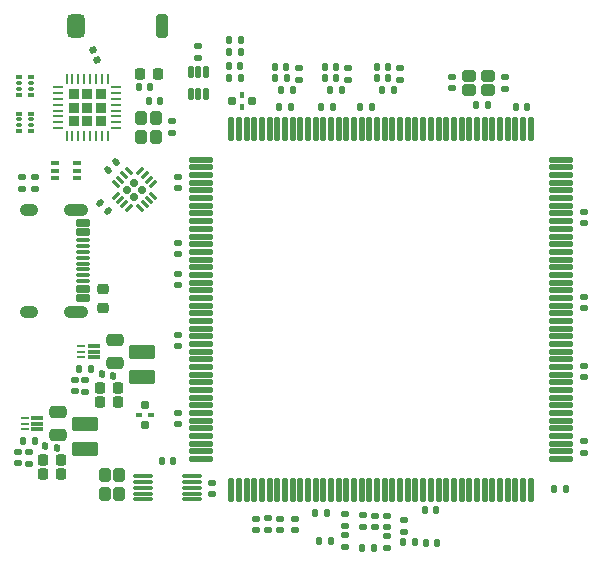
<source format=gbr>
%TF.GenerationSoftware,KiCad,Pcbnew,8.99.0-2608-ga0707285a1*%
%TF.CreationDate,2024-10-22T01:26:18-04:00*%
%TF.ProjectId,shinobi,7368696e-6f62-4692-9e6b-696361645f70,rev?*%
%TF.SameCoordinates,Original*%
%TF.FileFunction,Paste,Top*%
%TF.FilePolarity,Positive*%
%FSLAX46Y46*%
G04 Gerber Fmt 4.6, Leading zero omitted, Abs format (unit mm)*
G04 Created by KiCad (PCBNEW 8.99.0-2608-ga0707285a1) date 2024-10-22 01:26:18*
%MOMM*%
%LPD*%
G01*
G04 APERTURE LIST*
G04 Aperture macros list*
%AMRoundRect*
0 Rectangle with rounded corners*
0 $1 Rounding radius*
0 $2 $3 $4 $5 $6 $7 $8 $9 X,Y pos of 4 corners*
0 Add a 4 corners polygon primitive as box body*
4,1,4,$2,$3,$4,$5,$6,$7,$8,$9,$2,$3,0*
0 Add four circle primitives for the rounded corners*
1,1,$1+$1,$2,$3*
1,1,$1+$1,$4,$5*
1,1,$1+$1,$6,$7*
1,1,$1+$1,$8,$9*
0 Add four rect primitives between the rounded corners*
20,1,$1+$1,$2,$3,$4,$5,0*
20,1,$1+$1,$4,$5,$6,$7,0*
20,1,$1+$1,$6,$7,$8,$9,0*
20,1,$1+$1,$8,$9,$2,$3,0*%
G04 Aperture macros list end*
%ADD10RoundRect,0.140000X-0.170000X0.140000X-0.170000X-0.140000X0.170000X-0.140000X0.170000X0.140000X0*%
%ADD11RoundRect,0.140000X0.170000X-0.140000X0.170000X0.140000X-0.170000X0.140000X-0.170000X-0.140000X0*%
%ADD12RoundRect,0.225000X0.225000X0.250000X-0.225000X0.250000X-0.225000X-0.250000X0.225000X-0.250000X0*%
%ADD13RoundRect,0.135000X-0.135000X-0.185000X0.135000X-0.185000X0.135000X0.185000X-0.135000X0.185000X0*%
%ADD14RoundRect,0.140000X0.140000X0.170000X-0.140000X0.170000X-0.140000X-0.170000X0.140000X-0.170000X0*%
%ADD15RoundRect,0.147500X0.147500X0.172500X-0.147500X0.172500X-0.147500X-0.172500X0.147500X-0.172500X0*%
%ADD16RoundRect,0.150000X0.350000X-0.425000X0.350000X0.425000X-0.350000X0.425000X-0.350000X-0.425000X0*%
%ADD17RoundRect,0.150000X-0.350000X0.425000X-0.350000X-0.425000X0.350000X-0.425000X0.350000X0.425000X0*%
%ADD18RoundRect,0.168750X0.168750X0.206250X-0.168750X0.206250X-0.168750X-0.206250X0.168750X-0.206250X0*%
%ADD19RoundRect,0.100000X0.100000X0.162500X-0.100000X0.162500X-0.100000X-0.162500X0.100000X-0.162500X0*%
%ADD20RoundRect,0.375000X0.375000X0.625000X-0.375000X0.625000X-0.375000X-0.625000X0.375000X-0.625000X0*%
%ADD21RoundRect,0.250000X0.250000X0.750000X-0.250000X0.750000X-0.250000X-0.750000X0.250000X-0.750000X0*%
%ADD22RoundRect,0.135000X-0.185000X0.135000X-0.185000X-0.135000X0.185000X-0.135000X0.185000X0.135000X0*%
%ADD23RoundRect,0.076200X-0.923800X-0.148800X0.923800X-0.148800X0.923800X0.148800X-0.923800X0.148800X0*%
%ADD24RoundRect,0.076200X-0.148800X-0.923800X0.148800X-0.923800X0.148800X0.923800X-0.148800X0.923800X0*%
%ADD25RoundRect,0.250000X-0.850000X0.375000X-0.850000X-0.375000X0.850000X-0.375000X0.850000X0.375000X0*%
%ADD26RoundRect,0.100000X-0.225000X-0.100000X0.225000X-0.100000X0.225000X0.100000X-0.225000X0.100000X0*%
%ADD27RoundRect,0.225000X-0.250000X0.225000X-0.250000X-0.225000X0.250000X-0.225000X0.250000X0.225000X0*%
%ADD28RoundRect,0.172500X-0.243952X0.000000X0.000000X-0.243952X0.243952X0.000000X0.000000X0.243952X0*%
%ADD29RoundRect,0.062500X-0.291682X0.203293X0.203293X-0.291682X0.291682X-0.203293X-0.203293X0.291682X0*%
%ADD30RoundRect,0.062500X-0.291682X-0.203293X-0.203293X-0.291682X0.291682X0.203293X0.203293X0.291682X0*%
%ADD31RoundRect,0.100000X0.150000X0.100000X-0.150000X0.100000X-0.150000X-0.100000X0.150000X-0.100000X0*%
%ADD32RoundRect,0.075000X0.175000X0.075000X-0.175000X0.075000X-0.175000X-0.075000X0.175000X-0.075000X0*%
%ADD33RoundRect,0.135000X0.185000X-0.135000X0.185000X0.135000X-0.185000X0.135000X-0.185000X-0.135000X0*%
%ADD34RoundRect,0.140000X-0.140000X-0.170000X0.140000X-0.170000X0.140000X0.170000X-0.140000X0.170000X0*%
%ADD35RoundRect,0.062500X0.237500X-0.062500X0.237500X0.062500X-0.237500X0.062500X-0.237500X-0.062500X0*%
%ADD36RoundRect,0.075000X0.475000X-0.075000X0.475000X0.075000X-0.475000X0.075000X-0.475000X-0.075000X0*%
%ADD37RoundRect,0.150000X-0.425000X-0.350000X0.425000X-0.350000X0.425000X0.350000X-0.425000X0.350000X0*%
%ADD38RoundRect,0.250000X-0.475000X0.250000X-0.475000X-0.250000X0.475000X-0.250000X0.475000X0.250000X0*%
%ADD39RoundRect,0.140000X0.167393X0.143107X-0.108353X0.191728X-0.167393X-0.143107X0.108353X-0.191728X0*%
%ADD40RoundRect,0.112500X0.112500X0.387500X-0.112500X0.387500X-0.112500X-0.387500X0.112500X-0.387500X0*%
%ADD41RoundRect,0.140000X0.207631X-0.073414X0.111865X0.189700X-0.207631X0.073414X-0.111865X-0.189700X0*%
%ADD42RoundRect,0.168750X-0.206250X0.168750X-0.206250X-0.168750X0.206250X-0.168750X0.206250X0.168750X0*%
%ADD43RoundRect,0.100000X-0.162500X0.100000X-0.162500X-0.100000X0.162500X-0.100000X0.162500X0.100000X0*%
%ADD44RoundRect,0.500000X-0.300000X-0.000010X0.300000X-0.000010X0.300000X0.000010X-0.300000X0.000010X0*%
%ADD45RoundRect,0.500000X-0.550000X-0.000010X0.550000X-0.000010X0.550000X0.000010X-0.550000X0.000010X0*%
%ADD46RoundRect,0.091440X-0.480060X0.213360X-0.480060X-0.213360X0.480060X-0.213360X0.480060X0.213360X0*%
%ADD47RoundRect,0.076200X-0.495300X0.076200X-0.495300X-0.076200X0.495300X-0.076200X0.495300X0.076200X0*%
%ADD48RoundRect,0.087500X-0.725000X-0.087500X0.725000X-0.087500X0.725000X0.087500X-0.725000X0.087500X0*%
%ADD49RoundRect,0.135000X0.135000X0.185000X-0.135000X0.185000X-0.135000X-0.185000X0.135000X-0.185000X0*%
%ADD50RoundRect,0.100000X-0.150000X-0.100000X0.150000X-0.100000X0.150000X0.100000X-0.150000X0.100000X0*%
%ADD51RoundRect,0.075000X-0.175000X-0.075000X0.175000X-0.075000X0.175000X0.075000X-0.175000X0.075000X0*%
%ADD52RoundRect,0.140000X0.219203X0.021213X0.021213X0.219203X-0.219203X-0.021213X-0.021213X-0.219203X0*%
%ADD53RoundRect,0.140000X0.021213X-0.219203X0.219203X-0.021213X-0.021213X0.219203X-0.219203X0.021213X0*%
%ADD54RoundRect,0.232500X-0.232500X0.232500X-0.232500X-0.232500X0.232500X-0.232500X0.232500X0.232500X0*%
%ADD55RoundRect,0.062500X-0.062500X0.375000X-0.062500X-0.375000X0.062500X-0.375000X0.062500X0.375000X0*%
%ADD56RoundRect,0.062500X-0.375000X0.062500X-0.375000X-0.062500X0.375000X-0.062500X0.375000X0.062500X0*%
%ADD57RoundRect,0.225000X-0.225000X-0.250000X0.225000X-0.250000X0.225000X0.250000X-0.225000X0.250000X0*%
G04 APERTURE END LIST*
D10*
%TO.C,C52*%
X163591900Y-87497400D03*
X163591900Y-88457400D03*
%TD*%
D11*
%TO.C,C42*%
X154518100Y-125459600D03*
X154518100Y-124499600D03*
%TD*%
D12*
%TO.C,C10*%
X135349900Y-114965000D03*
X133799900Y-114965000D03*
%TD*%
D13*
%TO.C,R16*%
X152384100Y-126757600D03*
X153404100Y-126757600D03*
%TD*%
D11*
%TO.C,C47*%
X174801100Y-112883600D03*
X174801100Y-111923600D03*
%TD*%
D14*
%TO.C,C31*%
X153008100Y-124398200D03*
X152048100Y-124398200D03*
%TD*%
D11*
%TO.C,C17*%
X139914900Y-92207400D03*
X139914900Y-91247400D03*
%TD*%
D15*
%TO.C,FB3*%
X149603100Y-87592600D03*
X148633100Y-87592600D03*
%TD*%
D11*
%TO.C,C57*%
X174801100Y-119283600D03*
X174801100Y-118323600D03*
%TD*%
D13*
%TO.C,R19*%
X159470700Y-126878000D03*
X160490700Y-126878000D03*
%TD*%
D16*
%TO.C,Y2*%
X135418100Y-122792600D03*
X135418100Y-121192600D03*
X134218100Y-121192600D03*
X134218100Y-122792600D03*
%TD*%
D17*
%TO.C,Y1*%
X137314900Y-90927400D03*
X137314900Y-92527400D03*
X138514900Y-92527400D03*
X138514900Y-90927400D03*
%TD*%
D11*
%TO.C,C46*%
X158101100Y-125586600D03*
X158101100Y-124626600D03*
%TD*%
D10*
%TO.C,C24*%
X159204900Y-86747400D03*
X159204900Y-87707400D03*
%TD*%
D18*
%TO.C,C37*%
X146656100Y-89492600D03*
D19*
X145818100Y-88979600D03*
D18*
X144981100Y-89492600D03*
D19*
X145818100Y-90005600D03*
%TD*%
D20*
%TO.C,AE1*%
X131774900Y-83127400D03*
D21*
X139024900Y-83127400D03*
%TD*%
D10*
%TO.C,C43*%
X157085100Y-124626600D03*
X157085100Y-125586600D03*
%TD*%
D22*
%TO.C,R20*%
X159548900Y-124971000D03*
X159548900Y-125991000D03*
%TD*%
D11*
%TO.C,C21*%
X142124900Y-85857400D03*
X142124900Y-84897400D03*
%TD*%
D23*
%TO.C,U7*%
X142318100Y-94492600D03*
X142318100Y-95142600D03*
X142318100Y-95792600D03*
X142318100Y-96442600D03*
X142318100Y-97092600D03*
X142318100Y-97742600D03*
X142318100Y-98392600D03*
X142318100Y-99042600D03*
X142318100Y-99692600D03*
X142318100Y-100342600D03*
X142318100Y-100992600D03*
X142318100Y-101642600D03*
X142318100Y-102292600D03*
X142318100Y-102942600D03*
X142318100Y-103592600D03*
X142318100Y-104242600D03*
X142318100Y-104892600D03*
X142318100Y-105542600D03*
X142318100Y-106192600D03*
X142318100Y-106842600D03*
X142318100Y-107492600D03*
X142318100Y-108142600D03*
X142318100Y-108792600D03*
X142318100Y-109442600D03*
X142318100Y-110092600D03*
X142318100Y-110742600D03*
X142318100Y-111392600D03*
X142318100Y-112042600D03*
X142318100Y-112692600D03*
X142318100Y-113342600D03*
X142318100Y-113992600D03*
X142318100Y-114642600D03*
X142318100Y-115292600D03*
X142318100Y-115942600D03*
X142318100Y-116592600D03*
X142318100Y-117242600D03*
X142318100Y-117892600D03*
X142318100Y-118542600D03*
X142318100Y-119192600D03*
X142318100Y-119842600D03*
D24*
X144918100Y-122442600D03*
X145568100Y-122442600D03*
X146218100Y-122442600D03*
X146868100Y-122442600D03*
X147518100Y-122442600D03*
X148168100Y-122442600D03*
X148818100Y-122442600D03*
X149468100Y-122442600D03*
X150118100Y-122442600D03*
X150768100Y-122442600D03*
X151418100Y-122442600D03*
X152068100Y-122442600D03*
X152718100Y-122442600D03*
X153368100Y-122442600D03*
X154018100Y-122442600D03*
X154668100Y-122442600D03*
X155318100Y-122442600D03*
X155968100Y-122442600D03*
X156618100Y-122442600D03*
X157268100Y-122442600D03*
X157918100Y-122442600D03*
X158568100Y-122442600D03*
X159218100Y-122442600D03*
X159868100Y-122442600D03*
X160518100Y-122442600D03*
X161168100Y-122442600D03*
X161818100Y-122442600D03*
X162468100Y-122442600D03*
X163118100Y-122442600D03*
X163768100Y-122442600D03*
X164418100Y-122442600D03*
X165068100Y-122442600D03*
X165718100Y-122442600D03*
X166368100Y-122442600D03*
X167018100Y-122442600D03*
X167668100Y-122442600D03*
X168318100Y-122442600D03*
X168968100Y-122442600D03*
X169618100Y-122442600D03*
X170268100Y-122442600D03*
D23*
X172868100Y-119842600D03*
X172868100Y-119192600D03*
X172868100Y-118542600D03*
X172868100Y-117892600D03*
X172868100Y-117242600D03*
X172868100Y-116592600D03*
X172868100Y-115942600D03*
X172868100Y-115292600D03*
X172868100Y-114642600D03*
X172868100Y-113992600D03*
X172868100Y-113342600D03*
X172868100Y-112692600D03*
X172868100Y-112042600D03*
X172868100Y-111392600D03*
X172868100Y-110742600D03*
X172868100Y-110092600D03*
X172868100Y-109442600D03*
X172868100Y-108792600D03*
X172868100Y-108142600D03*
X172868100Y-107492600D03*
X172868100Y-106842600D03*
X172868100Y-106192600D03*
X172868100Y-105542600D03*
X172868100Y-104892600D03*
X172868100Y-104242600D03*
X172868100Y-103592600D03*
X172868100Y-102942600D03*
X172868100Y-102292600D03*
X172868100Y-101642600D03*
X172868100Y-100992600D03*
X172868100Y-100342600D03*
X172868100Y-99692600D03*
X172868100Y-99042600D03*
X172868100Y-98392600D03*
X172868100Y-97742600D03*
X172868100Y-97092600D03*
X172868100Y-96442600D03*
X172868100Y-95792600D03*
X172868100Y-95142600D03*
X172868100Y-94492600D03*
D24*
X170268100Y-91892600D03*
X169618100Y-91892600D03*
X168968100Y-91892600D03*
X168318100Y-91892600D03*
X167668100Y-91892600D03*
X167018100Y-91892600D03*
X166368100Y-91892600D03*
X165718100Y-91892600D03*
X165068100Y-91892600D03*
X164418100Y-91892600D03*
X163768100Y-91892600D03*
X163118100Y-91892600D03*
X162468100Y-91892600D03*
X161818100Y-91892600D03*
X161168100Y-91892600D03*
X160518100Y-91892600D03*
X159868100Y-91892600D03*
X159218100Y-91892600D03*
X158568100Y-91892600D03*
X157918100Y-91892600D03*
X157268100Y-91892600D03*
X156618100Y-91892600D03*
X155968100Y-91892600D03*
X155318100Y-91892600D03*
X154668100Y-91892600D03*
X154018100Y-91892600D03*
X153368100Y-91892600D03*
X152718100Y-91892600D03*
X152068100Y-91892600D03*
X151418100Y-91892600D03*
X150768100Y-91892600D03*
X150118100Y-91892600D03*
X149468100Y-91892600D03*
X148818100Y-91892600D03*
X148168100Y-91892600D03*
X147518100Y-91892600D03*
X146868100Y-91892600D03*
X146218100Y-91892600D03*
X145568100Y-91892600D03*
X144918100Y-91892600D03*
%TD*%
D13*
%TO.C,R22*%
X165608100Y-89892600D03*
X166628100Y-89892600D03*
%TD*%
D25*
%TO.C,L2*%
X132564900Y-116852400D03*
X132564900Y-119002400D03*
%TD*%
D11*
%TO.C,C39*%
X150354100Y-125840600D03*
X150354100Y-124880600D03*
%TD*%
D10*
%TO.C,C44*%
X174801100Y-106123600D03*
X174801100Y-107083600D03*
%TD*%
D13*
%TO.C,R6*%
X127254900Y-118327400D03*
X128274900Y-118327400D03*
%TD*%
D26*
%TO.C,Q1*%
X129974900Y-94777400D03*
X129974900Y-95427400D03*
X129974900Y-96077400D03*
X131874900Y-96077400D03*
X131874900Y-95427400D03*
X131874900Y-94777400D03*
%TD*%
D27*
%TO.C,C3*%
X134024900Y-105452400D03*
X134024900Y-107002400D03*
%TD*%
D11*
%TO.C,C7*%
X126864900Y-120207400D03*
X126864900Y-119247400D03*
%TD*%
D10*
%TO.C,C26*%
X150614900Y-86747400D03*
X150614900Y-87707400D03*
%TD*%
D11*
%TO.C,C36*%
X147052100Y-125840600D03*
X147052100Y-124880600D03*
%TD*%
D13*
%TO.C,R11*%
X149114900Y-88627400D03*
X150134900Y-88627400D03*
%TD*%
%TO.C,R4*%
X132064900Y-112227400D03*
X133084900Y-112227400D03*
%TD*%
D10*
%TO.C,C38*%
X149084100Y-124880600D03*
X149084100Y-125840600D03*
%TD*%
D13*
%TO.C,R18*%
X156016300Y-127341800D03*
X157036300Y-127341800D03*
%TD*%
D28*
%TO.C,U3*%
X136724900Y-96426359D03*
X136123859Y-97027400D03*
X137325941Y-97027400D03*
X136724900Y-97628441D03*
D29*
X136221086Y-95462926D03*
X135867533Y-95816480D03*
X135513980Y-96170033D03*
X135160426Y-96523586D03*
D30*
X135160426Y-97531214D03*
X135513980Y-97884767D03*
X135867533Y-98238320D03*
X136221086Y-98591874D03*
D29*
X137228714Y-98591874D03*
X137582267Y-98238320D03*
X137935820Y-97884767D03*
X138289374Y-97531214D03*
D30*
X138289374Y-96523586D03*
X137935820Y-96170033D03*
X137582267Y-95816480D03*
X137228714Y-95462926D03*
%TD*%
D31*
%TO.C,RN2*%
X127924900Y-88977400D03*
D32*
X127924900Y-88477400D03*
X127924900Y-87977400D03*
D31*
X127924900Y-87477400D03*
X126924900Y-87477400D03*
D32*
X126924900Y-87977400D03*
X126924900Y-88477400D03*
D31*
X126924900Y-88977400D03*
%TD*%
D10*
%TO.C,C51*%
X140401100Y-109323600D03*
X140401100Y-110283600D03*
%TD*%
D33*
%TO.C,R2*%
X128318100Y-97002600D03*
X128318100Y-95982600D03*
%TD*%
D34*
%TO.C,C19*%
X144718100Y-86592600D03*
X145678100Y-86592600D03*
%TD*%
D13*
%TO.C,R9*%
X157704900Y-88627400D03*
X158724900Y-88627400D03*
%TD*%
D14*
%TO.C,C56*%
X153516100Y-90003600D03*
X152556100Y-90003600D03*
%TD*%
D35*
%TO.C,U2*%
X127414900Y-116327400D03*
X127414900Y-116827400D03*
X127414900Y-117327400D03*
D36*
X128514900Y-117327400D03*
X128514900Y-116827400D03*
X128514900Y-116327400D03*
%TD*%
D37*
%TO.C,Y3*%
X165018100Y-88577400D03*
X166618100Y-88577400D03*
X166618100Y-87377400D03*
X165018100Y-87377400D03*
%TD*%
D33*
%TO.C,R1*%
X127218100Y-97002600D03*
X127218100Y-95982600D03*
%TD*%
%TO.C,R17*%
X158101100Y-127394600D03*
X158101100Y-126374600D03*
%TD*%
D10*
%TO.C,C55*%
X140401100Y-95923600D03*
X140401100Y-96883600D03*
%TD*%
D38*
%TO.C,C1*%
X135074900Y-109777400D03*
X135074900Y-111677400D03*
%TD*%
D33*
%TO.C,R15*%
X154518100Y-127267600D03*
X154518100Y-126247600D03*
%TD*%
D38*
%TO.C,C2*%
X130264900Y-115877400D03*
X130264900Y-117777400D03*
%TD*%
D39*
%TO.C,C8*%
X134947608Y-112810751D03*
X134002192Y-112644049D03*
%TD*%
D10*
%TO.C,C45*%
X140401100Y-115923600D03*
X140401100Y-116883600D03*
%TD*%
D11*
%TO.C,C48*%
X174801100Y-99883600D03*
X174801100Y-98923600D03*
%TD*%
D10*
%TO.C,C40*%
X140401100Y-104123600D03*
X140401100Y-105083600D03*
%TD*%
D11*
%TO.C,C22*%
X143324900Y-122807400D03*
X143324900Y-121847400D03*
%TD*%
D34*
%TO.C,C16*%
X137934900Y-89527400D03*
X138894900Y-89527400D03*
%TD*%
%TO.C,C50*%
X169038100Y-90003600D03*
X169998100Y-90003600D03*
%TD*%
D22*
%TO.C,R14*%
X156069100Y-124596600D03*
X156069100Y-125616600D03*
%TD*%
D11*
%TO.C,C6*%
X131674900Y-114107400D03*
X131674900Y-113147400D03*
%TD*%
D10*
%TO.C,C53*%
X140401100Y-101523600D03*
X140401100Y-102483600D03*
%TD*%
D34*
%TO.C,C18*%
X144744900Y-84327400D03*
X145704900Y-84327400D03*
%TD*%
D33*
%TO.C,R3*%
X132574900Y-114137400D03*
X132574900Y-113117400D03*
%TD*%
D12*
%TO.C,C14*%
X130539900Y-121065000D03*
X128989900Y-121065000D03*
%TD*%
D33*
%TO.C,R5*%
X127764900Y-120237400D03*
X127764900Y-119217400D03*
%TD*%
D40*
%TO.C,U5*%
X141474900Y-88927400D03*
X142124900Y-88927400D03*
X142774900Y-88927400D03*
X142774900Y-87027400D03*
X142124900Y-87027400D03*
X141474900Y-87027400D03*
%TD*%
D12*
%TO.C,C11*%
X130539900Y-119927400D03*
X128989900Y-119927400D03*
%TD*%
D41*
%TO.C,C23*%
X133579070Y-86078452D03*
X133250730Y-85176348D03*
%TD*%
D34*
%TO.C,C15*%
X137094900Y-88339900D03*
X138054900Y-88339900D03*
%TD*%
%TO.C,C30*%
X139043100Y-119971600D03*
X140003100Y-119971600D03*
%TD*%
D33*
%TO.C,R13*%
X148068100Y-125870600D03*
X148068100Y-124850600D03*
%TD*%
D14*
%TO.C,C41*%
X156818100Y-90003600D03*
X155858100Y-90003600D03*
%TD*%
D34*
%TO.C,C49*%
X161405700Y-126903400D03*
X162365700Y-126903400D03*
%TD*%
D42*
%TO.C,C20*%
X137624900Y-115289400D03*
D43*
X137111900Y-116127400D03*
D42*
X137624900Y-116964400D03*
D43*
X138137900Y-116127400D03*
%TD*%
D15*
%TO.C,FB1*%
X158203100Y-87592600D03*
X157233100Y-87592600D03*
%TD*%
D10*
%TO.C,C25*%
X154804900Y-86747400D03*
X154804900Y-87707400D03*
%TD*%
D44*
%TO.C,J2*%
X127806450Y-98707400D03*
X127806450Y-107347400D03*
D45*
X131806450Y-98707400D03*
X131806450Y-107347400D03*
D46*
X132381450Y-99827400D03*
X132381450Y-100627400D03*
D47*
X132381450Y-101777400D03*
X132381450Y-102777400D03*
X132381450Y-103277400D03*
X132381450Y-104277400D03*
D46*
X132381450Y-106227400D03*
X132381450Y-105427400D03*
D47*
X132381450Y-104777459D03*
X132381450Y-103777459D03*
X132381450Y-102277460D03*
X132381450Y-101277460D03*
%TD*%
D12*
%TO.C,C13*%
X135349900Y-113827400D03*
X133799900Y-113827400D03*
%TD*%
D48*
%TO.C,U6*%
X137410600Y-121257600D03*
X137410600Y-121757600D03*
X137410600Y-122257600D03*
X137410600Y-122757600D03*
X137410600Y-123257600D03*
X141635600Y-123257600D03*
X141635600Y-122757600D03*
X141635600Y-122257600D03*
X141635600Y-121757600D03*
X141635600Y-121257600D03*
%TD*%
D35*
%TO.C,U1*%
X132224900Y-110227400D03*
X132224900Y-110727400D03*
X132224900Y-111227400D03*
D36*
X133324900Y-111227400D03*
X133324900Y-110727400D03*
X133324900Y-110227400D03*
%TD*%
D39*
%TO.C,C9*%
X130137608Y-118910751D03*
X129192192Y-118744049D03*
%TD*%
D49*
%TO.C,R21*%
X173292300Y-122356800D03*
X172272300Y-122356800D03*
%TD*%
D13*
%TO.C,R10*%
X153304900Y-88627400D03*
X154324900Y-88627400D03*
%TD*%
D25*
%TO.C,L1*%
X137374900Y-110752400D03*
X137374900Y-112902400D03*
%TD*%
D50*
%TO.C,RN1*%
X126924900Y-90577400D03*
D51*
X126924900Y-91077400D03*
X126924900Y-91577400D03*
D50*
X126924900Y-92077400D03*
X127924900Y-92077400D03*
D51*
X127924900Y-91577400D03*
X127924900Y-91077400D03*
D50*
X127924900Y-90577400D03*
%TD*%
D13*
%TO.C,R12*%
X148923100Y-90003600D03*
X149943100Y-90003600D03*
%TD*%
D52*
%TO.C,C5*%
X134454311Y-98866811D03*
X133775489Y-98187989D03*
%TD*%
D11*
%TO.C,C54*%
X168091900Y-88470600D03*
X168091900Y-87510600D03*
%TD*%
D13*
%TO.C,R7*%
X144714900Y-85327400D03*
X145734900Y-85327400D03*
%TD*%
%TO.C,R8*%
X144688100Y-87592600D03*
X145708100Y-87592600D03*
%TD*%
D15*
%TO.C,FB2*%
X153803100Y-87592600D03*
X152833100Y-87592600D03*
%TD*%
D14*
%TO.C,C32*%
X162279100Y-124169600D03*
X161319100Y-124169600D03*
%TD*%
D53*
%TO.C,C4*%
X134510489Y-95391811D03*
X135189311Y-94712989D03*
%TD*%
D14*
%TO.C,C27*%
X158184900Y-86627400D03*
X157224900Y-86627400D03*
%TD*%
D54*
%TO.C,U4*%
X133874900Y-88927400D03*
X132724900Y-88927400D03*
X131574900Y-88927400D03*
X133874900Y-90077400D03*
X132724900Y-90077400D03*
X131574900Y-90077400D03*
X133874900Y-91227400D03*
X132724900Y-91227400D03*
X131574900Y-91227400D03*
D55*
X134474900Y-87639900D03*
X133974900Y-87639900D03*
X133474900Y-87639900D03*
X132974900Y-87639900D03*
X132474900Y-87639900D03*
X131974900Y-87639900D03*
X131474900Y-87639900D03*
X130974900Y-87639900D03*
D56*
X130287400Y-88327400D03*
X130287400Y-88827400D03*
X130287400Y-89327400D03*
X130287400Y-89827400D03*
X130287400Y-90327400D03*
X130287400Y-90827400D03*
X130287400Y-91327400D03*
X130287400Y-91827400D03*
D55*
X130974900Y-92514900D03*
X131474900Y-92514900D03*
X131974900Y-92514900D03*
X132474900Y-92514900D03*
X132974900Y-92514900D03*
X133474900Y-92514900D03*
X133974900Y-92514900D03*
X134474900Y-92514900D03*
D56*
X135162400Y-91827400D03*
X135162400Y-91327400D03*
X135162400Y-90827400D03*
X135162400Y-90327400D03*
X135162400Y-89827400D03*
X135162400Y-89327400D03*
X135162400Y-88827400D03*
X135162400Y-88327400D03*
%TD*%
D14*
%TO.C,C28*%
X153784900Y-86627400D03*
X152824900Y-86627400D03*
%TD*%
D57*
%TO.C,C12*%
X137199900Y-87239900D03*
X138749900Y-87239900D03*
%TD*%
D14*
%TO.C,C29*%
X149594900Y-86627400D03*
X148634900Y-86627400D03*
%TD*%
M02*

</source>
